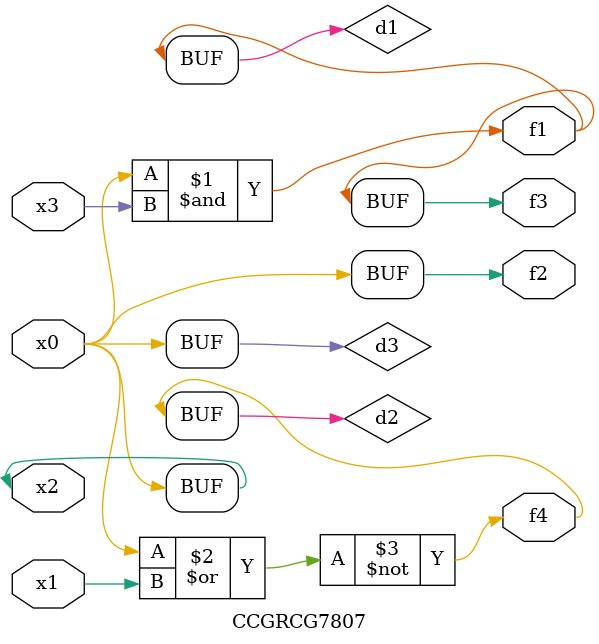
<source format=v>
module CCGRCG7807(
	input x0, x1, x2, x3,
	output f1, f2, f3, f4
);

	wire d1, d2, d3;

	and (d1, x2, x3);
	nor (d2, x0, x1);
	buf (d3, x0, x2);
	assign f1 = d1;
	assign f2 = d3;
	assign f3 = d1;
	assign f4 = d2;
endmodule

</source>
